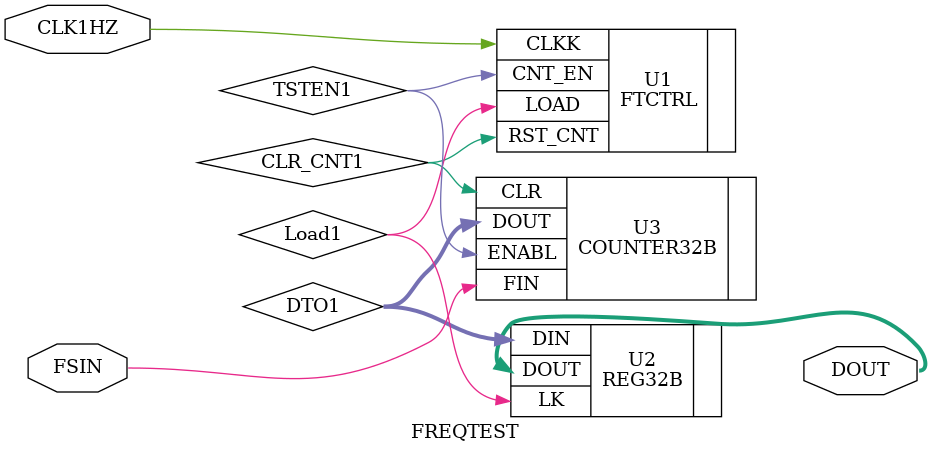
<source format=v>
module FREQTEST(CLK1HZ, FSIN, DOUT);
   input         CLK1HZ;
   input         FSIN;
   output [31:0] DOUT;
   wire          TSTEN1;
   wire          CLR_CNT1;
   wire          Load1;
   wire [31:0]   DTO1;
   wire [6:0]    CARRY_OUT1;
   
   FTCTRL U1(.CLKK(CLK1HZ), .CNT_EN(TSTEN1), .RST_CNT(CLR_CNT1), .LOAD(Load1));

   REG32B U2(.LK(Load1), .DIN(DTO1), .DOUT(DOUT));
 
   COUNTER32B U3(.FIN(FSIN), .CLR(CLR_CNT1), .ENABL(TSTEN1), .DOUT(DTO1));

endmodule  
</source>
